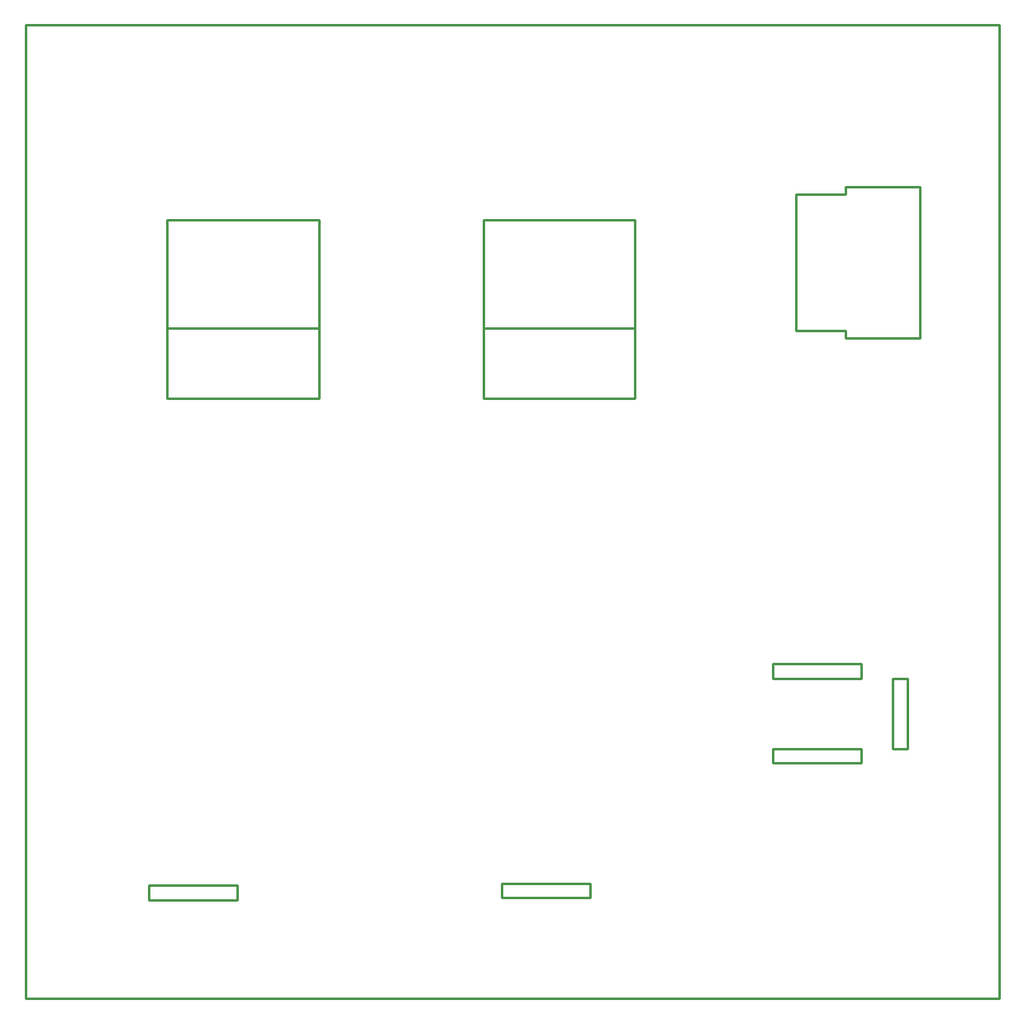
<source format=gbr>
G04 EAGLE Gerber RS-274X export*
G75*
%MOMM*%
%FSLAX34Y34*%
%LPD*%
%IN*%
%IPPOS*%
%AMOC8*
5,1,8,0,0,1.08239X$1,22.5*%
G01*
%ADD10C,0.254000*%


D10*
X0Y0D02*
X996950Y0D01*
X996950Y996950D01*
X0Y996950D01*
X0Y0D01*
X468757Y686562D02*
X624205Y686562D01*
X624205Y797687D01*
X468757Y797687D01*
X468757Y686562D01*
X468757Y614934D02*
X501269Y614934D01*
X624205Y614934D01*
X624205Y686562D01*
X468757Y686562D01*
X468757Y614934D01*
X468757Y614934D02*
X624205Y614934D01*
X624205Y797687D01*
X468757Y797687D01*
X468757Y686562D01*
X468757Y614934D01*
X144907Y686562D02*
X300355Y686562D01*
X300355Y797687D01*
X144907Y797687D01*
X144907Y686562D01*
X144907Y614934D02*
X177419Y614934D01*
X300355Y614934D01*
X300355Y686562D01*
X144907Y686562D01*
X144907Y614934D01*
X144907Y614934D02*
X300355Y614934D01*
X300355Y797687D01*
X144907Y797687D01*
X144907Y686562D01*
X144907Y614934D01*
X144907Y614934D02*
X300355Y614934D01*
X300355Y686562D01*
X144907Y686562D01*
X144907Y614934D01*
X789242Y684276D02*
X839534Y684276D01*
X839534Y676148D01*
X915670Y676148D01*
X915670Y831660D01*
X839534Y831660D01*
X839534Y823468D01*
X789242Y823468D01*
X789242Y684276D01*
X144907Y686562D02*
X300355Y686562D01*
X300355Y797687D01*
X144907Y797687D01*
X144907Y686562D01*
X487934Y102934D02*
X578358Y102934D01*
X578358Y117983D01*
X487934Y117983D01*
X487934Y102934D01*
X126238Y100648D02*
X216662Y100648D01*
X216662Y115697D01*
X126238Y115697D01*
X126238Y100648D01*
X888175Y255969D02*
X903224Y255969D01*
X903224Y327597D01*
X888175Y327597D01*
X888175Y255969D01*
X765239Y327597D02*
X855663Y327597D01*
X855663Y342646D01*
X765239Y342646D01*
X765239Y327597D01*
X765239Y240919D02*
X855663Y240919D01*
X855663Y255969D01*
X765239Y255969D01*
X765239Y240919D01*
M02*

</source>
